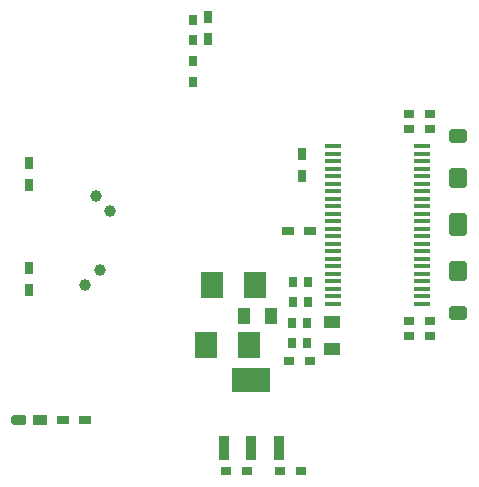
<source format=gtp>
G04*
G04 #@! TF.GenerationSoftware,Altium Limited,Altium Designer,19.1.8 (144)*
G04*
G04 Layer_Color=8421504*
%FSLAX25Y25*%
%MOIN*%
G70*
G01*
G75*
%ADD15C,0.03937*%
%ADD16R,0.05000X0.03500*%
G04:AMPARAMS|DCode=17|XSize=50mil|YSize=35mil|CornerRadius=0mil|HoleSize=0mil|Usage=FLASHONLY|Rotation=180.000|XOffset=0mil|YOffset=0mil|HoleType=Round|Shape=Octagon|*
%AMOCTAGOND17*
4,1,8,-0.02500,0.00875,-0.02500,-0.00875,-0.01625,-0.01750,0.01625,-0.01750,0.02500,-0.00875,0.02500,0.00875,0.01625,0.01750,-0.01625,0.01750,-0.02500,0.00875,0.0*
%
%ADD17OCTAGOND17*%

%ADD18O,0.05512X0.01575*%
%ADD19R,0.03000X0.03500*%
%ADD20R,0.03150X0.04000*%
%ADD21R,0.03543X0.08268*%
%ADD22R,0.12598X0.08268*%
%ADD23R,0.03500X0.03000*%
%ADD24R,0.05500X0.04000*%
%ADD25R,0.04000X0.05500*%
%ADD26R,0.07500X0.09000*%
%ADD27R,0.04000X0.03150*%
G04:AMPARAMS|DCode=28|XSize=47.24mil|YSize=60mil|CornerRadius=11.81mil|HoleSize=0mil|Usage=FLASHONLY|Rotation=270.000|XOffset=0mil|YOffset=0mil|HoleType=Round|Shape=RoundedRectangle|*
%AMROUNDEDRECTD28*
21,1,0.04724,0.03638,0,0,270.0*
21,1,0.02362,0.06000,0,0,270.0*
1,1,0.02362,-0.01819,-0.01181*
1,1,0.02362,-0.01819,0.01181*
1,1,0.02362,0.01819,0.01181*
1,1,0.02362,0.01819,-0.01181*
%
%ADD28ROUNDEDRECTD28*%
D15*
X49025Y9475D02*
D03*
X53975Y4525D02*
D03*
X45525Y-19975D02*
D03*
X50475Y-15025D02*
D03*
D16*
X30500Y-65026D02*
D03*
D17*
X23499D02*
D03*
D18*
X158000Y26250D02*
D03*
Y23750D02*
D03*
Y21250D02*
D03*
Y18750D02*
D03*
Y16250D02*
D03*
Y13750D02*
D03*
Y11250D02*
D03*
Y8750D02*
D03*
Y6250D02*
D03*
Y3750D02*
D03*
Y1250D02*
D03*
Y-1250D02*
D03*
Y-3750D02*
D03*
Y-6250D02*
D03*
Y-8750D02*
D03*
Y-11250D02*
D03*
Y-13750D02*
D03*
Y-16250D02*
D03*
Y-18750D02*
D03*
Y-21250D02*
D03*
Y-23750D02*
D03*
Y-26250D02*
D03*
X128079D02*
D03*
Y-23750D02*
D03*
Y-21250D02*
D03*
Y-18750D02*
D03*
Y-16250D02*
D03*
Y-13750D02*
D03*
Y-11250D02*
D03*
Y-8750D02*
D03*
Y-6250D02*
D03*
Y-3750D02*
D03*
Y-1250D02*
D03*
Y1250D02*
D03*
Y3750D02*
D03*
Y6250D02*
D03*
Y8750D02*
D03*
Y11250D02*
D03*
Y13750D02*
D03*
Y16250D02*
D03*
Y18750D02*
D03*
Y21250D02*
D03*
Y23750D02*
D03*
Y26250D02*
D03*
D19*
X81500Y54500D02*
D03*
Y47600D02*
D03*
Y61500D02*
D03*
Y68400D02*
D03*
X114500Y-39500D02*
D03*
Y-32600D02*
D03*
X119500Y-39500D02*
D03*
Y-32600D02*
D03*
X120000Y-18900D02*
D03*
Y-25800D02*
D03*
X115000Y-18900D02*
D03*
Y-25800D02*
D03*
D20*
X86500Y69150D02*
D03*
Y61850D02*
D03*
X118000Y23650D02*
D03*
Y16350D02*
D03*
X27000Y20650D02*
D03*
Y13350D02*
D03*
Y-14350D02*
D03*
Y-21650D02*
D03*
D21*
X91945Y-74221D02*
D03*
X101000D02*
D03*
X110055D02*
D03*
D22*
X101000Y-51780D02*
D03*
D23*
X117500Y-82000D02*
D03*
X110600D02*
D03*
X120400Y-45500D02*
D03*
X113500D02*
D03*
X99400Y-82000D02*
D03*
X92500D02*
D03*
X153600Y-32000D02*
D03*
X160500D02*
D03*
X153600Y-37000D02*
D03*
X160500D02*
D03*
X153600Y37000D02*
D03*
X160500D02*
D03*
X153600Y32000D02*
D03*
X160500D02*
D03*
D24*
X128000Y-32500D02*
D03*
Y-41500D02*
D03*
D25*
X98500Y-30250D02*
D03*
X107500D02*
D03*
D26*
X85914Y-39999D02*
D03*
X100087D02*
D03*
X87914Y-19999D02*
D03*
X102087D02*
D03*
D27*
X45650Y-65000D02*
D03*
X38350D02*
D03*
X113350Y-2000D02*
D03*
X120650D02*
D03*
D28*
X170000Y29500D02*
D03*
Y16500D02*
D03*
X170000Y1500D02*
D03*
Y14500D02*
D03*
X170000Y-1500D02*
D03*
Y-14500D02*
D03*
X170000Y-29500D02*
D03*
Y-16500D02*
D03*
M02*

</source>
